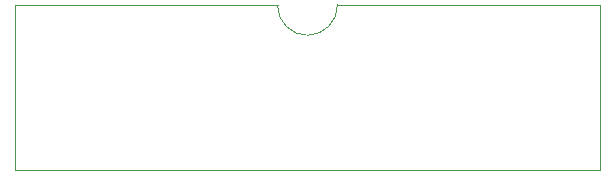
<source format=gbr>
%TF.GenerationSoftware,KiCad,Pcbnew,7.0.7*%
%TF.CreationDate,2023-09-23T12:58:18+01:00*%
%TF.ProjectId,ds_lite_gba_led_cart,64735f6c-6974-4655-9f67-62615f6c6564,rev?*%
%TF.SameCoordinates,Original*%
%TF.FileFunction,Profile,NP*%
%FSLAX46Y46*%
G04 Gerber Fmt 4.6, Leading zero omitted, Abs format (unit mm)*
G04 Created by KiCad (PCBNEW 7.0.7) date 2023-09-23 12:58:18*
%MOMM*%
%LPD*%
G01*
G04 APERTURE LIST*
%TA.AperFunction,Profile*%
%ADD10C,0.100000*%
%TD*%
G04 APERTURE END LIST*
D10*
X103606600Y-94691200D02*
X103606600Y-80695800D01*
X103606600Y-80695800D02*
X125857000Y-80695800D01*
X130860800Y-80695800D02*
X153111200Y-80695800D01*
X103606600Y-94691200D02*
X153111200Y-94691200D01*
X125805693Y-80721200D02*
G75*
G03*
X130886199Y-80670400I2540507J0D01*
G01*
X153111200Y-94691200D02*
X153111200Y-80695800D01*
M02*

</source>
